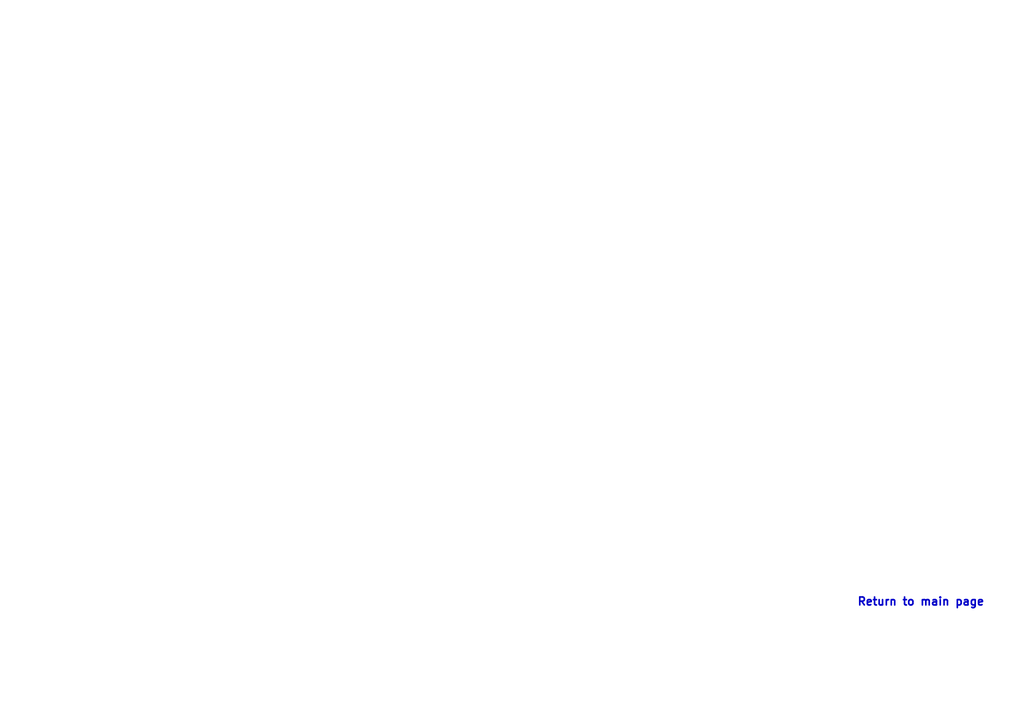
<source format=kicad_sch>
(kicad_sch
	(version 20231120)
	(generator "eeschema")
	(generator_version "8.0")
	(uuid "af89405c-9247-4a48-972a-11db60890874")
	(paper "A3")
	(title_block
		(title "Super Capacitor Module (SCM)")
		(date "2024-06-22")
		(rev "v1.0")
		(company "NUS Calibur Robotics")
		(comment 2 "Authors : Wx, Yassine Bakkali")
	)
	(lib_symbols)
	(text "Return to main page"
		(exclude_from_sim no)
		(at 377.698 246.888 0)
		(effects
			(font
				(size 3.27 3.27)
				(thickness 0.654)
				(bold yes)
			)
			(href "#1")
		)
		(uuid "0a870772-f71d-4a35-bf95-80a88582ac91")
	)
)

</source>
